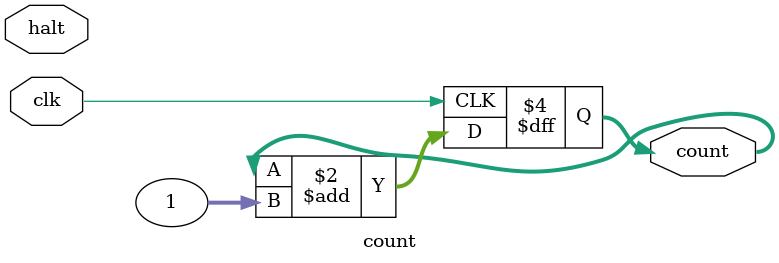
<source format=v>
`timescale 1ns / 1ps


module count(
    input clk,
    input halt,
    output reg [31:0]count
    );
    initial begin count <= 0; end
    always@(posedge clk)
        count <= count + 1;
endmodule

</source>
